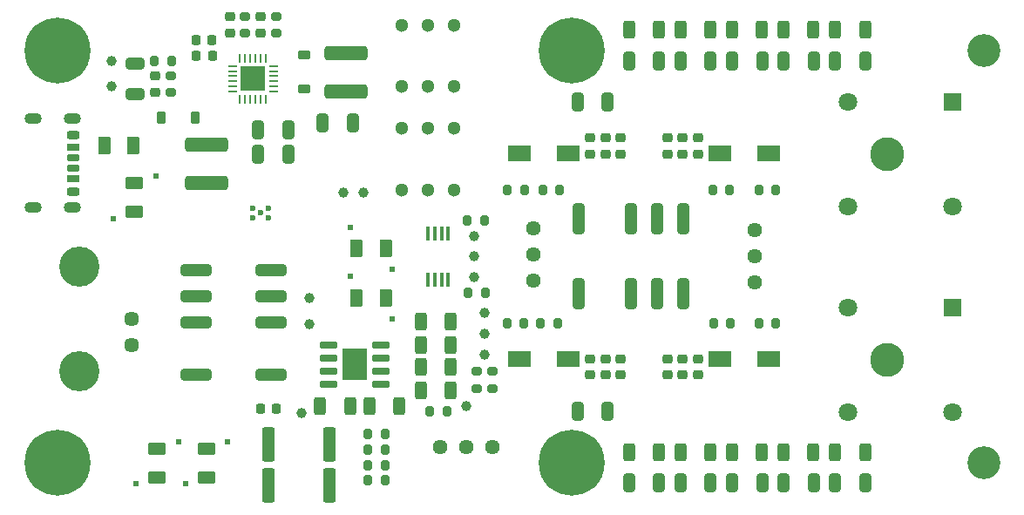
<source format=gbr>
%TF.GenerationSoftware,KiCad,Pcbnew,9.0.0*%
%TF.CreationDate,2025-04-26T17:32:35+02:00*%
%TF.ProjectId,Differential_Probe,44696666-6572-4656-9e74-69616c5f5072,rev?*%
%TF.SameCoordinates,Original*%
%TF.FileFunction,Soldermask,Top*%
%TF.FilePolarity,Negative*%
%FSLAX46Y46*%
G04 Gerber Fmt 4.6, Leading zero omitted, Abs format (unit mm)*
G04 Created by KiCad (PCBNEW 9.0.0) date 2025-04-26 17:32:35*
%MOMM*%
%LPD*%
G01*
G04 APERTURE LIST*
G04 Aperture macros list*
%AMRoundRect*
0 Rectangle with rounded corners*
0 $1 Rounding radius*
0 $2 $3 $4 $5 $6 $7 $8 $9 X,Y pos of 4 corners*
0 Add a 4 corners polygon primitive as box body*
4,1,4,$2,$3,$4,$5,$6,$7,$8,$9,$2,$3,0*
0 Add four circle primitives for the rounded corners*
1,1,$1+$1,$2,$3*
1,1,$1+$1,$4,$5*
1,1,$1+$1,$6,$7*
1,1,$1+$1,$8,$9*
0 Add four rect primitives between the rounded corners*
20,1,$1+$1,$2,$3,$4,$5,0*
20,1,$1+$1,$4,$5,$6,$7,0*
20,1,$1+$1,$6,$7,$8,$9,0*
20,1,$1+$1,$8,$9,$2,$3,0*%
G04 Aperture macros list end*
%ADD10RoundRect,0.250000X0.325000X0.650000X-0.325000X0.650000X-0.325000X-0.650000X0.325000X-0.650000X0*%
%ADD11RoundRect,0.200000X0.200000X0.275000X-0.200000X0.275000X-0.200000X-0.275000X0.200000X-0.275000X0*%
%ADD12RoundRect,0.200000X0.275000X-0.200000X0.275000X0.200000X-0.275000X0.200000X-0.275000X-0.200000X0*%
%ADD13RoundRect,0.249750X1.250250X-0.305250X1.250250X0.305250X-1.250250X0.305250X-1.250250X-0.305250X0*%
%ADD14C,1.000000*%
%ADD15RoundRect,0.225000X0.250000X-0.225000X0.250000X0.225000X-0.250000X0.225000X-0.250000X-0.225000X0*%
%ADD16C,0.800000*%
%ADD17C,6.400000*%
%ADD18RoundRect,0.200000X-0.200000X-0.275000X0.200000X-0.275000X0.200000X0.275000X-0.200000X0.275000X0*%
%ADD19RoundRect,0.250000X0.362500X1.425000X-0.362500X1.425000X-0.362500X-1.425000X0.362500X-1.425000X0*%
%ADD20RoundRect,0.250000X-0.312500X-0.625000X0.312500X-0.625000X0.312500X0.625000X-0.312500X0.625000X0*%
%ADD21RoundRect,0.250000X0.312500X0.625000X-0.312500X0.625000X-0.312500X-0.625000X0.312500X-0.625000X0*%
%ADD22C,1.300000*%
%ADD23RoundRect,0.250000X0.650000X-0.325000X0.650000X0.325000X-0.650000X0.325000X-0.650000X-0.325000X0*%
%ADD24RoundRect,0.062500X0.062500X-0.325000X0.062500X0.325000X-0.062500X0.325000X-0.062500X-0.325000X0*%
%ADD25RoundRect,0.062500X0.325000X-0.062500X0.325000X0.062500X-0.325000X0.062500X-0.325000X-0.062500X0*%
%ADD26R,2.450000X2.450000*%
%ADD27RoundRect,0.250000X-0.625000X0.375000X-0.625000X-0.375000X0.625000X-0.375000X0.625000X0.375000X0*%
%ADD28C,1.440000*%
%ADD29RoundRect,0.250000X-0.325000X-0.650000X0.325000X-0.650000X0.325000X0.650000X-0.325000X0.650000X0*%
%ADD30C,0.609600*%
%ADD31R,2.300000X1.600000*%
%ADD32RoundRect,0.225000X0.225000X0.250000X-0.225000X0.250000X-0.225000X-0.250000X0.225000X-0.250000X0*%
%ADD33RoundRect,0.249750X-0.305250X-1.250250X0.305250X-1.250250X0.305250X1.250250X-0.305250X1.250250X0*%
%ADD34RoundRect,0.250000X-0.375000X-0.625000X0.375000X-0.625000X0.375000X0.625000X-0.375000X0.625000X0*%
%ADD35R,0.450000X1.450000*%
%ADD36RoundRect,0.250000X0.625000X-0.375000X0.625000X0.375000X-0.625000X0.375000X-0.625000X-0.375000X0*%
%ADD37C,3.200000*%
%ADD38C,1.800000*%
%ADD39R,1.800000X1.800000*%
%ADD40C,3.300000*%
%ADD41RoundRect,0.225000X-0.225000X-0.250000X0.225000X-0.250000X0.225000X0.250000X-0.225000X0.250000X0*%
%ADD42RoundRect,0.350000X1.750000X-0.350000X1.750000X0.350000X-1.750000X0.350000X-1.750000X-0.350000X0*%
%ADD43RoundRect,0.225000X-0.225000X-0.375000X0.225000X-0.375000X0.225000X0.375000X-0.225000X0.375000X0*%
%ADD44C,1.446000*%
%ADD45C,3.900000*%
%ADD46RoundRect,0.225000X-0.375000X0.225000X-0.375000X-0.225000X0.375000X-0.225000X0.375000X0.225000X0*%
%ADD47RoundRect,0.175000X-0.425000X0.175000X-0.425000X-0.175000X0.425000X-0.175000X0.425000X0.175000X0*%
%ADD48RoundRect,0.190000X0.410000X-0.190000X0.410000X0.190000X-0.410000X0.190000X-0.410000X-0.190000X0*%
%ADD49RoundRect,0.200000X0.400000X-0.200000X0.400000X0.200000X-0.400000X0.200000X-0.400000X-0.200000X0*%
%ADD50RoundRect,0.175000X0.425000X-0.175000X0.425000X0.175000X-0.425000X0.175000X-0.425000X-0.175000X0*%
%ADD51RoundRect,0.190000X-0.410000X0.190000X-0.410000X-0.190000X0.410000X-0.190000X0.410000X0.190000X0*%
%ADD52RoundRect,0.200000X-0.400000X0.200000X-0.400000X-0.200000X0.400000X-0.200000X0.400000X0.200000X0*%
%ADD53O,1.700000X1.100000*%
%ADD54R,2.400000X3.100000*%
%ADD55RoundRect,0.150000X0.737500X0.150000X-0.737500X0.150000X-0.737500X-0.150000X0.737500X-0.150000X0*%
%ADD56C,0.600000*%
G04 APERTURE END LIST*
D10*
%TO.C,C115*%
X178475000Y-147000000D03*
X175525000Y-147000000D03*
%TD*%
D11*
%TO.C,R172*%
X136825000Y-143750000D03*
X135175000Y-143750000D03*
%TD*%
D12*
%TO.C,R169*%
X145750000Y-137825000D03*
X145750000Y-136175000D03*
%TD*%
D13*
%TO.C,K102*%
X125730000Y-136505000D03*
X125730000Y-131425000D03*
X125730000Y-128885000D03*
X125730000Y-126345000D03*
X118440000Y-126345000D03*
X118440000Y-128885000D03*
X118440000Y-131425000D03*
X118440000Y-136505000D03*
%TD*%
D14*
%TO.C,TP111*%
X129500000Y-129000000D03*
%TD*%
D15*
%TO.C,C110*%
X164260000Y-136525000D03*
X164260000Y-134975000D03*
%TD*%
D16*
%TO.C,REF\u002A\u002A*%
X152600000Y-145000000D03*
X153302944Y-143302944D03*
X153302944Y-146697056D03*
X155000000Y-142600000D03*
D17*
X155000000Y-145000000D03*
D16*
X155000000Y-147400000D03*
X156697056Y-143302944D03*
X156697056Y-146697056D03*
X157400000Y-145000000D03*
%TD*%
D12*
%TO.C,R170*%
X147250000Y-137825000D03*
X147250000Y-136175000D03*
%TD*%
D18*
%TO.C,R138*%
X144925000Y-128510000D03*
X146575000Y-128510000D03*
%TD*%
D19*
%TO.C,R139*%
X131425000Y-147250000D03*
X125500000Y-147250000D03*
%TD*%
D15*
%TO.C,C120*%
X158250000Y-115025000D03*
X158250000Y-113475000D03*
%TD*%
%TO.C,C141*%
X121762500Y-103262500D03*
X121762500Y-101712500D03*
%TD*%
D20*
%TO.C,R159*%
X140287500Y-138000000D03*
X143212500Y-138000000D03*
%TD*%
D21*
%TO.C,R107*%
X173462500Y-103000000D03*
X170537500Y-103000000D03*
%TD*%
%TO.C,R115*%
X178462500Y-144000000D03*
X175537500Y-144000000D03*
%TD*%
D15*
%TO.C,C112*%
X167260000Y-136525000D03*
X167260000Y-134975000D03*
%TD*%
D20*
%TO.C,R156*%
X140287500Y-135750000D03*
X143212500Y-135750000D03*
%TD*%
D14*
%TO.C,TP107*%
X144750000Y-139500000D03*
%TD*%
%TO.C,TP105*%
X146520000Y-134520000D03*
%TD*%
D15*
%TO.C,C119*%
X156750000Y-115025000D03*
X156750000Y-113475000D03*
%TD*%
D22*
%TO.C,SW101*%
X138500000Y-108500000D03*
X141000000Y-108500000D03*
X143500000Y-108500000D03*
X143500000Y-102500000D03*
X141000000Y-102500000D03*
X138500000Y-102500000D03*
%TD*%
D19*
%TO.C,R136*%
X131462500Y-143250000D03*
X125537500Y-143250000D03*
%TD*%
D12*
%TO.C,R133*%
X123262500Y-103312500D03*
X123262500Y-101662500D03*
%TD*%
D21*
%TO.C,R106*%
X178462500Y-103000000D03*
X175537500Y-103000000D03*
%TD*%
D23*
%TO.C,C138*%
X112512500Y-109212500D03*
X112512500Y-106262500D03*
%TD*%
D24*
%TO.C,U102*%
X122750000Y-109725000D03*
X123250000Y-109725000D03*
X123750000Y-109725000D03*
X124250000Y-109725000D03*
X124750000Y-109725000D03*
X125250000Y-109725000D03*
D25*
X125987500Y-108987500D03*
X125987500Y-108487500D03*
X125987500Y-107987500D03*
X125987500Y-107487500D03*
X125987500Y-106987500D03*
X125987500Y-106487500D03*
D24*
X125250000Y-105750000D03*
X124750000Y-105750000D03*
X124250000Y-105750000D03*
X123750000Y-105750000D03*
X123250000Y-105750000D03*
X122750000Y-105750000D03*
D25*
X122012500Y-106487500D03*
X122012500Y-106987500D03*
X122012500Y-107487500D03*
X122012500Y-107987500D03*
X122012500Y-108487500D03*
X122012500Y-108987500D03*
D26*
X124000000Y-107737500D03*
%TD*%
D27*
%TO.C,D111*%
X119500000Y-143650000D03*
X119500000Y-146450000D03*
%TD*%
D28*
%TO.C,RV101*%
X172750000Y-122440000D03*
X172750000Y-124980000D03*
X172750000Y-127520000D03*
%TD*%
D18*
%TO.C,R168*%
X135175000Y-146750000D03*
X136825000Y-146750000D03*
%TD*%
D14*
%TO.C,GND*%
X132750000Y-118750000D03*
%TD*%
D29*
%TO.C,C114*%
X180525000Y-147000000D03*
X183475000Y-147000000D03*
%TD*%
D14*
%TO.C,GND*%
X129450000Y-131550000D03*
%TD*%
D15*
%TO.C,C123*%
X156760000Y-136525000D03*
X156760000Y-134975000D03*
%TD*%
D30*
%TO.C,H\u002A\u002A*%
X116750000Y-143000000D03*
X112650000Y-147100000D03*
%TD*%
D10*
%TO.C,R113*%
X158475000Y-140000000D03*
X155525000Y-140000000D03*
%TD*%
D15*
%TO.C,C142*%
X124762500Y-103262500D03*
X124762500Y-101712500D03*
%TD*%
D14*
%TO.C,TP108*%
X110250000Y-108500000D03*
%TD*%
D21*
%TO.C,R116*%
X173462500Y-144000000D03*
X170537500Y-144000000D03*
%TD*%
D31*
%TO.C,C104*%
X169400000Y-115000000D03*
X174100000Y-115000000D03*
%TD*%
D15*
%TO.C,C103*%
X164250000Y-115025000D03*
X164250000Y-113475000D03*
%TD*%
D32*
%TO.C,C151*%
X126275000Y-139750000D03*
X124725000Y-139750000D03*
%TD*%
D11*
%TO.C,R132*%
X116087500Y-105987500D03*
X114437500Y-105987500D03*
%TD*%
D14*
%TO.C,TP109*%
X134750000Y-118750000D03*
%TD*%
%TO.C,TP104*%
X145500000Y-127000000D03*
%TD*%
D29*
%TO.C,C105*%
X180525000Y-106000000D03*
X183475000Y-106000000D03*
%TD*%
D33*
%TO.C,K101*%
X155650000Y-128645000D03*
X160730000Y-128645000D03*
X163270000Y-128645000D03*
X165810000Y-128645000D03*
X165810000Y-121355000D03*
X163270000Y-121355000D03*
X160730000Y-121355000D03*
X155650000Y-121355000D03*
%TD*%
D31*
%TO.C,C122*%
X154600000Y-115000000D03*
X149900000Y-115000000D03*
%TD*%
D10*
%TO.C,C106*%
X178475000Y-106000000D03*
X175525000Y-106000000D03*
%TD*%
D14*
%TO.C,GND*%
X146500000Y-132500000D03*
%TD*%
D15*
%TO.C,C101*%
X167250000Y-115025000D03*
X167250000Y-113475000D03*
%TD*%
D28*
%TO.C,RV102*%
X151250000Y-122240000D03*
X151250000Y-124780000D03*
X151250000Y-127320000D03*
%TD*%
D34*
%TO.C,F101*%
X109600000Y-114250000D03*
X112400000Y-114250000D03*
%TD*%
D21*
%TO.C,R117*%
X168462500Y-144000000D03*
X165537500Y-144000000D03*
%TD*%
%TO.C,R109*%
X163462500Y-103000000D03*
X160537500Y-103000000D03*
%TD*%
D20*
%TO.C,R145*%
X140287500Y-133570000D03*
X143212500Y-133570000D03*
%TD*%
D35*
%TO.C,IC101*%
X142975000Y-122775000D03*
X142325000Y-122775000D03*
X141675000Y-122775000D03*
X141025000Y-122775000D03*
X141025000Y-127225000D03*
X141675000Y-127225000D03*
X142325000Y-127225000D03*
X142975000Y-127225000D03*
%TD*%
D18*
%TO.C,R120*%
X148712500Y-118500000D03*
X150362500Y-118500000D03*
%TD*%
D10*
%TO.C,C117*%
X168475000Y-147000000D03*
X165525000Y-147000000D03*
%TD*%
D14*
%TO.C,TP110*%
X146500000Y-130500000D03*
%TD*%
D15*
%TO.C,C124*%
X158260000Y-136525000D03*
X158260000Y-134975000D03*
%TD*%
D21*
%TO.C,R114*%
X183462500Y-144000000D03*
X180537500Y-144000000D03*
%TD*%
D11*
%TO.C,R123*%
X150325000Y-131500000D03*
X148675000Y-131500000D03*
%TD*%
D18*
%TO.C,R142*%
X141175000Y-140000000D03*
X142825000Y-140000000D03*
%TD*%
D36*
%TO.C,D112*%
X112500000Y-120650000D03*
X112500000Y-117850000D03*
%TD*%
D16*
%TO.C,REF\u002A\u002A*%
X102600000Y-145000000D03*
X103302944Y-143302944D03*
X103302944Y-146697056D03*
X105000000Y-142600000D03*
D17*
X105000000Y-145000000D03*
D16*
X105000000Y-147400000D03*
X106697056Y-143302944D03*
X106697056Y-146697056D03*
X107400000Y-145000000D03*
%TD*%
D11*
%TO.C,R104*%
X174825000Y-118500000D03*
X173175000Y-118500000D03*
%TD*%
D14*
%TO.C,GND*%
X145500000Y-125000000D03*
%TD*%
D29*
%TO.C,R112*%
X155525000Y-110000000D03*
X158475000Y-110000000D03*
%TD*%
D30*
%TO.C,H\u002A\u002A*%
X137550000Y-126250000D03*
X133450000Y-122150000D03*
%TD*%
D14*
%TO.C,GND*%
X110250000Y-106000000D03*
%TD*%
D12*
%TO.C,R135*%
X126262500Y-103312500D03*
X126262500Y-101662500D03*
%TD*%
D18*
%TO.C,R119*%
X152137500Y-118500000D03*
X153787500Y-118500000D03*
%TD*%
D11*
%TO.C,R103*%
X170325000Y-118500000D03*
X168675000Y-118500000D03*
%TD*%
D20*
%TO.C,R144*%
X135287500Y-139500000D03*
X138212500Y-139500000D03*
%TD*%
D34*
%TO.C,D101*%
X134100000Y-129000000D03*
X136900000Y-129000000D03*
%TD*%
D14*
%TO.C,TP103*%
X145500000Y-123000000D03*
%TD*%
D28*
%TO.C,RV103*%
X147290000Y-143500000D03*
X144750000Y-143500000D03*
X142210000Y-143500000D03*
%TD*%
D11*
%TO.C,R126*%
X153575000Y-131500000D03*
X151925000Y-131500000D03*
%TD*%
D10*
%TO.C,C118*%
X163475000Y-147000000D03*
X160525000Y-147000000D03*
%TD*%
D15*
%TO.C,C125*%
X159750000Y-136525000D03*
X159750000Y-134975000D03*
%TD*%
D18*
%TO.C,R171*%
X135175000Y-142250000D03*
X136825000Y-142250000D03*
%TD*%
D37*
%TO.C,REF\u002A\u002A*%
X195000000Y-105000000D03*
%TD*%
D10*
%TO.C,C107*%
X173475000Y-106000000D03*
X170525000Y-106000000D03*
%TD*%
D22*
%TO.C,SW102*%
X138500000Y-118500000D03*
X141000000Y-118500000D03*
X143500000Y-118500000D03*
X143500000Y-112500000D03*
X141000000Y-112500000D03*
X138500000Y-112500000D03*
%TD*%
D30*
%TO.C,H\u002A\u002A*%
X121550000Y-143000000D03*
X117450000Y-147100000D03*
%TD*%
D11*
%TO.C,R167*%
X136825000Y-145250000D03*
X135175000Y-145250000D03*
%TD*%
D31*
%TO.C,C126*%
X149900000Y-135000000D03*
X154600000Y-135000000D03*
%TD*%
D30*
%TO.C,H\u002A\u002A*%
X137550000Y-131050000D03*
X133450000Y-126950000D03*
%TD*%
D12*
%TO.C,R131*%
X116012500Y-109062500D03*
X116012500Y-107412500D03*
%TD*%
D15*
%TO.C,C102*%
X165750000Y-115025000D03*
X165750000Y-113475000D03*
%TD*%
D38*
%TO.C,J103*%
X192000000Y-140160000D03*
D39*
X192000000Y-130000000D03*
D38*
X181840000Y-140160000D03*
X181840000Y-130000000D03*
D40*
X185640000Y-135080000D03*
%TD*%
D37*
%TO.C,REF\u002A\u002A*%
X195000000Y-145000000D03*
%TD*%
D34*
%TO.C,D113*%
X134100000Y-124200000D03*
X136900000Y-124200000D03*
%TD*%
D10*
%TO.C,C116*%
X173475000Y-147000000D03*
X170525000Y-147000000D03*
%TD*%
D41*
%TO.C,C147*%
X118487500Y-103987500D03*
X120037500Y-103987500D03*
%TD*%
D29*
%TO.C,C145*%
X130775000Y-112000000D03*
X133725000Y-112000000D03*
%TD*%
D16*
%TO.C,REF\u002A\u002A*%
X102600000Y-105000000D03*
X103302944Y-103302944D03*
X103302944Y-106697056D03*
X105000000Y-102600000D03*
D17*
X105000000Y-105000000D03*
D16*
X105000000Y-107400000D03*
X106697056Y-103302944D03*
X106697056Y-106697056D03*
X107400000Y-105000000D03*
%TD*%
D21*
%TO.C,R108*%
X168462500Y-103000000D03*
X165537500Y-103000000D03*
%TD*%
D38*
%TO.C,J101*%
X192000000Y-120160000D03*
D39*
X192000000Y-110000000D03*
D38*
X181840000Y-120160000D03*
X181840000Y-110000000D03*
D40*
X185640000Y-115080000D03*
%TD*%
D42*
%TO.C,L101*%
X119500000Y-117850000D03*
X119500000Y-114150000D03*
%TD*%
D43*
%TO.C,D108*%
X115100000Y-111500000D03*
X118400000Y-111500000D03*
%TD*%
D31*
%TO.C,C113*%
X174100000Y-135000000D03*
X169400000Y-135000000D03*
%TD*%
D42*
%TO.C,L102*%
X133000000Y-108947500D03*
X133000000Y-105247500D03*
%TD*%
D21*
%TO.C,R141*%
X143212500Y-131320000D03*
X140287500Y-131320000D03*
%TD*%
D10*
%TO.C,C140*%
X127427500Y-115067500D03*
X124477500Y-115067500D03*
%TD*%
D41*
%TO.C,C146*%
X118512500Y-105487500D03*
X120062500Y-105487500D03*
%TD*%
D10*
%TO.C,C108*%
X168475000Y-106000000D03*
X165525000Y-106000000D03*
%TD*%
D21*
%TO.C,R143*%
X133462500Y-139500000D03*
X130537500Y-139500000D03*
%TD*%
D11*
%TO.C,R137*%
X146500000Y-121500000D03*
X144850000Y-121500000D03*
%TD*%
D44*
%TO.C,J102*%
X112230000Y-131100000D03*
X112230000Y-133640000D03*
D45*
X107150000Y-126020000D03*
X107150000Y-136180000D03*
%TD*%
D15*
%TO.C,C111*%
X165750000Y-136525000D03*
X165750000Y-134975000D03*
%TD*%
%TO.C,C139*%
X114512500Y-109012500D03*
X114512500Y-107462500D03*
%TD*%
D27*
%TO.C,D102*%
X114700000Y-143650000D03*
X114700000Y-146450000D03*
%TD*%
D18*
%TO.C,R111*%
X168750000Y-131500000D03*
X170400000Y-131500000D03*
%TD*%
D10*
%TO.C,C143*%
X127427500Y-112717500D03*
X124477500Y-112717500D03*
%TD*%
D46*
%TO.C,D109*%
X129000000Y-105377500D03*
X129000000Y-108677500D03*
%TD*%
D10*
%TO.C,C109*%
X163475000Y-106000000D03*
X160525000Y-106000000D03*
%TD*%
D21*
%TO.C,R118*%
X163462500Y-144000000D03*
X160537500Y-144000000D03*
%TD*%
D15*
%TO.C,C121*%
X159750000Y-115025000D03*
X159750000Y-113475000D03*
%TD*%
D47*
%TO.C,J104*%
X106530000Y-115430000D03*
D48*
X106530000Y-117450000D03*
D49*
X106530000Y-118680000D03*
D50*
X106530000Y-116430000D03*
D51*
X106530000Y-114410000D03*
D52*
X106530000Y-113180000D03*
D53*
X106450000Y-111610000D03*
X102650000Y-111610000D03*
X106450000Y-120250000D03*
X102650000Y-120250000D03*
%TD*%
D21*
%TO.C,R105*%
X183462500Y-103000000D03*
X180537500Y-103000000D03*
%TD*%
D30*
%TO.C,H\u002A\u002A*%
X114550000Y-117200000D03*
X110450000Y-121300000D03*
%TD*%
D16*
%TO.C,REF\u002A\u002A*%
X152600000Y-105000000D03*
X153302944Y-103302944D03*
X153302944Y-106697056D03*
X155000000Y-102600000D03*
D17*
X155000000Y-105000000D03*
D16*
X155000000Y-107400000D03*
X156697056Y-103302944D03*
X156697056Y-106697056D03*
X157400000Y-105000000D03*
%TD*%
D18*
%TO.C,R110*%
X173175000Y-131500000D03*
X174825000Y-131500000D03*
%TD*%
D54*
%TO.C,U103*%
X133900000Y-135470000D03*
D55*
X136462500Y-137375000D03*
X136462500Y-136105000D03*
X136462500Y-134835000D03*
X136462500Y-133565000D03*
X131337500Y-133565000D03*
X131337500Y-134835000D03*
X131337500Y-136105000D03*
X131337500Y-137375000D03*
%TD*%
D14*
%TO.C,TP106*%
X128750000Y-140250000D03*
%TD*%
D56*
%TO.C,U101*%
X125500000Y-120275000D03*
X124000000Y-120275000D03*
X124750000Y-120775000D03*
X125500000Y-121275000D03*
X124000000Y-121275000D03*
%TD*%
M02*

</source>
